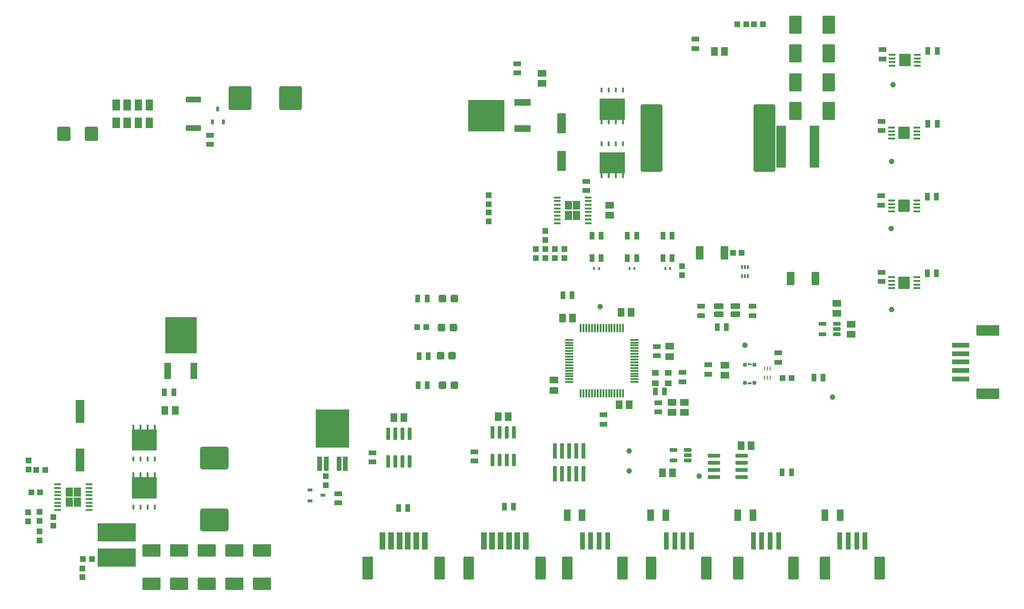
<source format=gtp>
G04*
G04 #@! TF.GenerationSoftware,Altium Limited,Altium Designer,22.8.2 (66)*
G04*
G04 Layer_Color=8421504*
%FSLAX25Y25*%
%MOIN*%
G70*
G04*
G04 #@! TF.SameCoordinates,B200CC57-BB18-49EB-B43A-6B17B7EBAB9B*
G04*
G04*
G04 #@! TF.FilePolarity,Positive*
G04*
G01*
G75*
G04:AMPARAMS|DCode=22|XSize=106.3mil|YSize=41.73mil|CornerRadius=5.22mil|HoleSize=0mil|Usage=FLASHONLY|Rotation=180.000|XOffset=0mil|YOffset=0mil|HoleType=Round|Shape=RoundedRectangle|*
%AMROUNDEDRECTD22*
21,1,0.10630,0.03130,0,0,180.0*
21,1,0.09587,0.04173,0,0,180.0*
1,1,0.01043,-0.04793,0.01565*
1,1,0.01043,0.04793,0.01565*
1,1,0.01043,0.04793,-0.01565*
1,1,0.01043,-0.04793,-0.01565*
%
%ADD22ROUNDEDRECTD22*%
G04:AMPARAMS|DCode=23|XSize=55.12mil|YSize=35.43mil|CornerRadius=2.66mil|HoleSize=0mil|Usage=FLASHONLY|Rotation=180.000|XOffset=0mil|YOffset=0mil|HoleType=Round|Shape=RoundedRectangle|*
%AMROUNDEDRECTD23*
21,1,0.05512,0.03012,0,0,180.0*
21,1,0.04980,0.03543,0,0,180.0*
1,1,0.00532,-0.02490,0.01506*
1,1,0.00532,0.02490,0.01506*
1,1,0.00532,0.02490,-0.01506*
1,1,0.00532,-0.02490,-0.01506*
%
%ADD23ROUNDEDRECTD23*%
G04:AMPARAMS|DCode=24|XSize=90.55mil|YSize=98.43mil|CornerRadius=6.79mil|HoleSize=0mil|Usage=FLASHONLY|Rotation=0.000|XOffset=0mil|YOffset=0mil|HoleType=Round|Shape=RoundedRectangle|*
%AMROUNDEDRECTD24*
21,1,0.09055,0.08484,0,0,0.0*
21,1,0.07697,0.09843,0,0,0.0*
1,1,0.01358,0.03848,-0.04242*
1,1,0.01358,-0.03848,-0.04242*
1,1,0.01358,-0.03848,0.04242*
1,1,0.01358,0.03848,0.04242*
%
%ADD24ROUNDEDRECTD24*%
G04:AMPARAMS|DCode=25|XSize=43.31mil|YSize=39.37mil|CornerRadius=2.95mil|HoleSize=0mil|Usage=FLASHONLY|Rotation=0.000|XOffset=0mil|YOffset=0mil|HoleType=Round|Shape=RoundedRectangle|*
%AMROUNDEDRECTD25*
21,1,0.04331,0.03347,0,0,0.0*
21,1,0.03740,0.03937,0,0,0.0*
1,1,0.00591,0.01870,-0.01673*
1,1,0.00591,-0.01870,-0.01673*
1,1,0.00591,-0.01870,0.01673*
1,1,0.00591,0.01870,0.01673*
%
%ADD25ROUNDEDRECTD25*%
%ADD26R,0.11221X0.04921*%
%ADD27R,0.25591X0.21850*%
%ADD28C,0.03937*%
G04:AMPARAMS|DCode=29|XSize=49.21mil|YSize=62.99mil|CornerRadius=4.92mil|HoleSize=0mil|Usage=FLASHONLY|Rotation=90.000|XOffset=0mil|YOffset=0mil|HoleType=Round|Shape=RoundedRectangle|*
%AMROUNDEDRECTD29*
21,1,0.04921,0.05315,0,0,90.0*
21,1,0.03937,0.06299,0,0,90.0*
1,1,0.00984,0.02657,0.01968*
1,1,0.00984,0.02657,-0.01968*
1,1,0.00984,-0.02657,-0.01968*
1,1,0.00984,-0.02657,0.01968*
%
%ADD29ROUNDEDRECTD29*%
%ADD30R,0.06300X0.16200*%
G04:AMPARAMS|DCode=31|XSize=55.12mil|YSize=90.55mil|CornerRadius=4.13mil|HoleSize=0mil|Usage=FLASHONLY|Rotation=180.000|XOffset=0mil|YOffset=0mil|HoleType=Round|Shape=RoundedRectangle|*
%AMROUNDEDRECTD31*
21,1,0.05512,0.08228,0,0,180.0*
21,1,0.04685,0.09055,0,0,180.0*
1,1,0.00827,-0.02343,0.04114*
1,1,0.00827,0.02343,0.04114*
1,1,0.00827,0.02343,-0.04114*
1,1,0.00827,-0.02343,-0.04114*
%
%ADD31ROUNDEDRECTD31*%
G04:AMPARAMS|DCode=32|XSize=55.12mil|YSize=35.43mil|CornerRadius=2.66mil|HoleSize=0mil|Usage=FLASHONLY|Rotation=270.000|XOffset=0mil|YOffset=0mil|HoleType=Round|Shape=RoundedRectangle|*
%AMROUNDEDRECTD32*
21,1,0.05512,0.03012,0,0,270.0*
21,1,0.04980,0.03543,0,0,270.0*
1,1,0.00532,-0.01506,-0.02490*
1,1,0.00532,-0.01506,0.02490*
1,1,0.00532,0.01506,0.02490*
1,1,0.00532,0.01506,-0.02490*
%
%ADD32ROUNDEDRECTD32*%
G04:AMPARAMS|DCode=33|XSize=86.61mil|YSize=23.62mil|CornerRadius=1.77mil|HoleSize=0mil|Usage=FLASHONLY|Rotation=270.000|XOffset=0mil|YOffset=0mil|HoleType=Round|Shape=RoundedRectangle|*
%AMROUNDEDRECTD33*
21,1,0.08661,0.02008,0,0,270.0*
21,1,0.08307,0.02362,0,0,270.0*
1,1,0.00354,-0.01004,-0.04153*
1,1,0.00354,-0.01004,0.04153*
1,1,0.00354,0.01004,0.04153*
1,1,0.00354,0.01004,-0.04153*
%
%ADD33ROUNDEDRECTD33*%
G04:AMPARAMS|DCode=34|XSize=51.18mil|YSize=51.18mil|CornerRadius=5.12mil|HoleSize=0mil|Usage=FLASHONLY|Rotation=0.000|XOffset=0mil|YOffset=0mil|HoleType=Round|Shape=RoundedRectangle|*
%AMROUNDEDRECTD34*
21,1,0.05118,0.04095,0,0,0.0*
21,1,0.04095,0.05118,0,0,0.0*
1,1,0.01024,0.02047,-0.02047*
1,1,0.01024,-0.02047,-0.02047*
1,1,0.01024,-0.02047,0.02047*
1,1,0.01024,0.02047,0.02047*
%
%ADD34ROUNDEDRECTD34*%
G04:AMPARAMS|DCode=35|XSize=43.31mil|YSize=39.37mil|CornerRadius=2.95mil|HoleSize=0mil|Usage=FLASHONLY|Rotation=90.000|XOffset=0mil|YOffset=0mil|HoleType=Round|Shape=RoundedRectangle|*
%AMROUNDEDRECTD35*
21,1,0.04331,0.03347,0,0,90.0*
21,1,0.03740,0.03937,0,0,90.0*
1,1,0.00591,0.01673,0.01870*
1,1,0.00591,0.01673,-0.01870*
1,1,0.00591,-0.01673,-0.01870*
1,1,0.00591,-0.01673,0.01870*
%
%ADD35ROUNDEDRECTD35*%
%ADD36R,0.00984X0.02775*%
G04:AMPARAMS|DCode=37|XSize=43.31mil|YSize=39.37mil|CornerRadius=3.94mil|HoleSize=0mil|Usage=FLASHONLY|Rotation=0.000|XOffset=0mil|YOffset=0mil|HoleType=Round|Shape=RoundedRectangle|*
%AMROUNDEDRECTD37*
21,1,0.04331,0.03150,0,0,0.0*
21,1,0.03543,0.03937,0,0,0.0*
1,1,0.00787,0.01772,-0.01575*
1,1,0.00787,-0.01772,-0.01575*
1,1,0.00787,-0.01772,0.01575*
1,1,0.00787,0.01772,0.01575*
%
%ADD37ROUNDEDRECTD37*%
%ADD38R,0.01200X0.02500*%
%ADD39R,0.06300X0.14200*%
%ADD40R,0.06700X0.29500*%
G04:AMPARAMS|DCode=41|XSize=49.21mil|YSize=62.99mil|CornerRadius=4.92mil|HoleSize=0mil|Usage=FLASHONLY|Rotation=180.000|XOffset=0mil|YOffset=0mil|HoleType=Round|Shape=RoundedRectangle|*
%AMROUNDEDRECTD41*
21,1,0.04921,0.05315,0,0,180.0*
21,1,0.03937,0.06299,0,0,180.0*
1,1,0.00984,-0.01968,0.02657*
1,1,0.00984,0.01968,0.02657*
1,1,0.00984,0.01968,-0.02657*
1,1,0.00984,-0.01968,-0.02657*
%
%ADD41ROUNDEDRECTD41*%
%ADD42R,0.01800X0.03400*%
G04:AMPARAMS|DCode=43|XSize=88.58mil|YSize=127.95mil|CornerRadius=6.64mil|HoleSize=0mil|Usage=FLASHONLY|Rotation=270.000|XOffset=0mil|YOffset=0mil|HoleType=Round|Shape=RoundedRectangle|*
%AMROUNDEDRECTD43*
21,1,0.08858,0.11467,0,0,270.0*
21,1,0.07530,0.12795,0,0,270.0*
1,1,0.01329,-0.05733,-0.03765*
1,1,0.01329,-0.05733,0.03765*
1,1,0.01329,0.05733,0.03765*
1,1,0.01329,0.05733,-0.03765*
%
%ADD43ROUNDEDRECTD43*%
G04:AMPARAMS|DCode=44|XSize=43.31mil|YSize=39.37mil|CornerRadius=3.94mil|HoleSize=0mil|Usage=FLASHONLY|Rotation=90.000|XOffset=0mil|YOffset=0mil|HoleType=Round|Shape=RoundedRectangle|*
%AMROUNDEDRECTD44*
21,1,0.04331,0.03150,0,0,90.0*
21,1,0.03543,0.03937,0,0,90.0*
1,1,0.00787,0.01575,0.01772*
1,1,0.00787,0.01575,-0.01772*
1,1,0.00787,-0.01575,-0.01772*
1,1,0.00787,-0.01575,0.01772*
%
%ADD44ROUNDEDRECTD44*%
G04:AMPARAMS|DCode=45|XSize=157.48mil|YSize=196.85mil|CornerRadius=11.81mil|HoleSize=0mil|Usage=FLASHONLY|Rotation=270.000|XOffset=0mil|YOffset=0mil|HoleType=Round|Shape=RoundedRectangle|*
%AMROUNDEDRECTD45*
21,1,0.15748,0.17323,0,0,270.0*
21,1,0.13386,0.19685,0,0,270.0*
1,1,0.02362,-0.08661,-0.06693*
1,1,0.02362,-0.08661,0.06693*
1,1,0.02362,0.08661,0.06693*
1,1,0.02362,0.08661,-0.06693*
%
%ADD45ROUNDEDRECTD45*%
%ADD46R,0.05118X0.04331*%
%ADD47R,0.02900X0.11000*%
%ADD48R,0.27008X0.12520*%
G04:AMPARAMS|DCode=49|XSize=13.78mil|YSize=27.56mil|CornerRadius=1.03mil|HoleSize=0mil|Usage=FLASHONLY|Rotation=90.000|XOffset=0mil|YOffset=0mil|HoleType=Round|Shape=RoundedRectangle|*
%AMROUNDEDRECTD49*
21,1,0.01378,0.02549,0,0,90.0*
21,1,0.01171,0.02756,0,0,90.0*
1,1,0.00207,0.01275,0.00586*
1,1,0.00207,0.01275,-0.00586*
1,1,0.00207,-0.01275,-0.00586*
1,1,0.00207,-0.01275,0.00586*
%
%ADD49ROUNDEDRECTD49*%
G04:AMPARAMS|DCode=50|XSize=25.59mil|YSize=23.62mil|CornerRadius=1.77mil|HoleSize=0mil|Usage=FLASHONLY|Rotation=90.000|XOffset=0mil|YOffset=0mil|HoleType=Round|Shape=RoundedRectangle|*
%AMROUNDEDRECTD50*
21,1,0.02559,0.02008,0,0,90.0*
21,1,0.02205,0.02362,0,0,90.0*
1,1,0.00354,0.01004,0.01102*
1,1,0.00354,0.01004,-0.01102*
1,1,0.00354,-0.01004,-0.01102*
1,1,0.00354,-0.01004,0.01102*
%
%ADD50ROUNDEDRECTD50*%
G04:AMPARAMS|DCode=51|XSize=86.61mil|YSize=23.62mil|CornerRadius=1.77mil|HoleSize=0mil|Usage=FLASHONLY|Rotation=0.000|XOffset=0mil|YOffset=0mil|HoleType=Round|Shape=RoundedRectangle|*
%AMROUNDEDRECTD51*
21,1,0.08661,0.02008,0,0,0.0*
21,1,0.08307,0.02362,0,0,0.0*
1,1,0.00354,0.04153,-0.01004*
1,1,0.00354,-0.04153,-0.01004*
1,1,0.00354,-0.04153,0.01004*
1,1,0.00354,0.04153,0.01004*
%
%ADD51ROUNDEDRECTD51*%
G04:AMPARAMS|DCode=52|XSize=74.8mil|YSize=157.48mil|CornerRadius=5.61mil|HoleSize=0mil|Usage=FLASHONLY|Rotation=180.000|XOffset=0mil|YOffset=0mil|HoleType=Round|Shape=RoundedRectangle|*
%AMROUNDEDRECTD52*
21,1,0.07480,0.14626,0,0,180.0*
21,1,0.06358,0.15748,0,0,180.0*
1,1,0.01122,-0.03179,0.07313*
1,1,0.01122,0.03179,0.07313*
1,1,0.01122,0.03179,-0.07313*
1,1,0.01122,-0.03179,-0.07313*
%
%ADD52ROUNDEDRECTD52*%
G04:AMPARAMS|DCode=53|XSize=39.37mil|YSize=122.05mil|CornerRadius=2.95mil|HoleSize=0mil|Usage=FLASHONLY|Rotation=180.000|XOffset=0mil|YOffset=0mil|HoleType=Round|Shape=RoundedRectangle|*
%AMROUNDEDRECTD53*
21,1,0.03937,0.11614,0,0,180.0*
21,1,0.03347,0.12205,0,0,180.0*
1,1,0.00591,-0.01673,0.05807*
1,1,0.00591,0.01673,0.05807*
1,1,0.00591,0.01673,-0.05807*
1,1,0.00591,-0.01673,-0.05807*
%
%ADD53ROUNDEDRECTD53*%
G04:AMPARAMS|DCode=54|XSize=35.43mil|YSize=118.11mil|CornerRadius=2.66mil|HoleSize=0mil|Usage=FLASHONLY|Rotation=270.000|XOffset=0mil|YOffset=0mil|HoleType=Round|Shape=RoundedRectangle|*
%AMROUNDEDRECTD54*
21,1,0.03543,0.11280,0,0,270.0*
21,1,0.03012,0.11811,0,0,270.0*
1,1,0.00532,-0.05640,-0.01506*
1,1,0.00532,-0.05640,0.01506*
1,1,0.00532,0.05640,0.01506*
1,1,0.00532,0.05640,-0.01506*
%
%ADD54ROUNDEDRECTD54*%
G04:AMPARAMS|DCode=55|XSize=74.8mil|YSize=157.48mil|CornerRadius=5.61mil|HoleSize=0mil|Usage=FLASHONLY|Rotation=270.000|XOffset=0mil|YOffset=0mil|HoleType=Round|Shape=RoundedRectangle|*
%AMROUNDEDRECTD55*
21,1,0.07480,0.14626,0,0,270.0*
21,1,0.06358,0.15748,0,0,270.0*
1,1,0.01122,-0.07313,-0.03179*
1,1,0.01122,-0.07313,0.03179*
1,1,0.01122,0.07313,0.03179*
1,1,0.01122,0.07313,-0.03179*
%
%ADD55ROUNDEDRECTD55*%
G04:AMPARAMS|DCode=56|XSize=35.43mil|YSize=118.11mil|CornerRadius=2.66mil|HoleSize=0mil|Usage=FLASHONLY|Rotation=180.000|XOffset=0mil|YOffset=0mil|HoleType=Round|Shape=RoundedRectangle|*
%AMROUNDEDRECTD56*
21,1,0.03543,0.11280,0,0,180.0*
21,1,0.03012,0.11811,0,0,180.0*
1,1,0.00532,-0.01506,0.05640*
1,1,0.00532,0.01506,0.05640*
1,1,0.00532,0.01506,-0.05640*
1,1,0.00532,-0.01506,-0.05640*
%
%ADD56ROUNDEDRECTD56*%
%ADD57O,0.06299X0.01181*%
%ADD58O,0.01181X0.06299*%
G04:AMPARAMS|DCode=59|XSize=78.74mil|YSize=88.58mil|CornerRadius=5.91mil|HoleSize=0mil|Usage=FLASHONLY|Rotation=0.000|XOffset=0mil|YOffset=0mil|HoleType=Round|Shape=RoundedRectangle|*
%AMROUNDEDRECTD59*
21,1,0.07874,0.07677,0,0,0.0*
21,1,0.06693,0.08858,0,0,0.0*
1,1,0.01181,0.03347,-0.03839*
1,1,0.01181,-0.03347,-0.03839*
1,1,0.01181,-0.03347,0.03839*
1,1,0.01181,0.03347,0.03839*
%
%ADD59ROUNDEDRECTD59*%
G04:AMPARAMS|DCode=60|XSize=49.21mil|YSize=15.75mil|CornerRadius=1.18mil|HoleSize=0mil|Usage=FLASHONLY|Rotation=180.000|XOffset=0mil|YOffset=0mil|HoleType=Round|Shape=RoundedRectangle|*
%AMROUNDEDRECTD60*
21,1,0.04921,0.01339,0,0,180.0*
21,1,0.04685,0.01575,0,0,180.0*
1,1,0.00236,-0.02343,0.00669*
1,1,0.00236,0.02343,0.00669*
1,1,0.00236,0.02343,-0.00669*
1,1,0.00236,-0.02343,-0.00669*
%
%ADD60ROUNDEDRECTD60*%
G04:AMPARAMS|DCode=61|XSize=157.48mil|YSize=167.32mil|CornerRadius=11.81mil|HoleSize=0mil|Usage=FLASHONLY|Rotation=0.000|XOffset=0mil|YOffset=0mil|HoleType=Round|Shape=RoundedRectangle|*
%AMROUNDEDRECTD61*
21,1,0.15748,0.14370,0,0,0.0*
21,1,0.13386,0.16732,0,0,0.0*
1,1,0.02362,0.06693,-0.07185*
1,1,0.02362,-0.06693,-0.07185*
1,1,0.02362,-0.06693,0.07185*
1,1,0.02362,0.06693,0.07185*
%
%ADD61ROUNDEDRECTD61*%
%ADD62R,0.04500X0.08000*%
G04:AMPARAMS|DCode=63|XSize=24.8mil|YSize=51.18mil|CornerRadius=1.86mil|HoleSize=0mil|Usage=FLASHONLY|Rotation=270.000|XOffset=0mil|YOffset=0mil|HoleType=Round|Shape=RoundedRectangle|*
%AMROUNDEDRECTD63*
21,1,0.02480,0.04746,0,0,270.0*
21,1,0.02108,0.05118,0,0,270.0*
1,1,0.00372,-0.02373,-0.01054*
1,1,0.00372,-0.02373,0.01054*
1,1,0.00372,0.02373,0.01054*
1,1,0.00372,0.02373,-0.01054*
%
%ADD63ROUNDEDRECTD63*%
%ADD64R,0.02362X0.03543*%
%ADD65R,0.03543X0.02362*%
G04:AMPARAMS|DCode=66|XSize=13.78mil|YSize=17.72mil|CornerRadius=1.03mil|HoleSize=0mil|Usage=FLASHONLY|Rotation=0.000|XOffset=0mil|YOffset=0mil|HoleType=Round|Shape=RoundedRectangle|*
%AMROUNDEDRECTD66*
21,1,0.01378,0.01565,0,0,0.0*
21,1,0.01171,0.01772,0,0,0.0*
1,1,0.00207,0.00586,-0.00783*
1,1,0.00207,-0.00586,-0.00783*
1,1,0.00207,-0.00586,0.00783*
1,1,0.00207,0.00586,0.00783*
%
%ADD66ROUNDEDRECTD66*%
G04:AMPARAMS|DCode=67|XSize=39.37mil|YSize=66.93mil|CornerRadius=3.94mil|HoleSize=0mil|Usage=FLASHONLY|Rotation=270.000|XOffset=0mil|YOffset=0mil|HoleType=Round|Shape=RoundedRectangle|*
%AMROUNDEDRECTD67*
21,1,0.03937,0.05906,0,0,270.0*
21,1,0.03150,0.06693,0,0,270.0*
1,1,0.00787,-0.02953,-0.01575*
1,1,0.00787,-0.02953,0.01575*
1,1,0.00787,0.02953,0.01575*
1,1,0.00787,0.02953,-0.01575*
%
%ADD67ROUNDEDRECTD67*%
%ADD68R,0.23622X0.26575*%
%ADD69R,0.03347X0.09843*%
G04:AMPARAMS|DCode=70|XSize=88.58mil|YSize=127.95mil|CornerRadius=6.64mil|HoleSize=0mil|Usage=FLASHONLY|Rotation=0.000|XOffset=0mil|YOffset=0mil|HoleType=Round|Shape=RoundedRectangle|*
%AMROUNDEDRECTD70*
21,1,0.08858,0.11467,0,0,0.0*
21,1,0.07530,0.12795,0,0,0.0*
1,1,0.01329,0.03765,-0.05733*
1,1,0.01329,-0.03765,-0.05733*
1,1,0.01329,-0.03765,0.05733*
1,1,0.01329,0.03765,0.05733*
%
%ADD70ROUNDEDRECTD70*%
%ADD71R,0.21850X0.25591*%
%ADD72R,0.04921X0.11221*%
%ADD73R,0.04600X0.01200*%
G04:AMPARAMS|DCode=74|XSize=472.44mil|YSize=150.59mil|CornerRadius=11.29mil|HoleSize=0mil|Usage=FLASHONLY|Rotation=270.000|XOffset=0mil|YOffset=0mil|HoleType=Round|Shape=RoundedRectangle|*
%AMROUNDEDRECTD74*
21,1,0.47244,0.12800,0,0,270.0*
21,1,0.44985,0.15059,0,0,270.0*
1,1,0.02259,-0.06400,-0.22493*
1,1,0.02259,-0.06400,0.22493*
1,1,0.02259,0.06400,0.22493*
1,1,0.02259,0.06400,-0.22493*
%
%ADD74ROUNDEDRECTD74*%
G36*
X71906Y319439D02*
X66710D01*
Y326920D01*
X71906D01*
Y319439D01*
D02*
G37*
G36*
X64150D02*
X58953D01*
Y326920D01*
X64150D01*
Y319439D01*
D02*
G37*
G36*
X56394D02*
X51198D01*
Y326920D01*
X56394D01*
Y319439D01*
D02*
G37*
G36*
X48639D02*
X43442D01*
Y326920D01*
X48639D01*
Y319439D01*
D02*
G37*
G36*
X401950Y312800D02*
X384450D01*
Y327600D01*
X401950D01*
Y312800D01*
D02*
G37*
G36*
X71906Y306880D02*
X66710D01*
Y314361D01*
X71906D01*
Y306880D01*
D02*
G37*
G36*
X64150D02*
X58953D01*
Y314361D01*
X64150D01*
Y306880D01*
D02*
G37*
G36*
X56394D02*
X51198D01*
Y314361D01*
X56394D01*
Y306880D01*
D02*
G37*
G36*
X48639D02*
X43442D01*
Y314361D01*
X48639D01*
Y306880D01*
D02*
G37*
G36*
X401950Y275200D02*
X384450D01*
Y290000D01*
X401950D01*
Y275200D01*
D02*
G37*
G36*
X370906Y249834D02*
X365894D01*
Y256096D01*
X370906D01*
Y249834D01*
D02*
G37*
G36*
X365106D02*
X360094D01*
Y256096D01*
X365106D01*
Y249834D01*
D02*
G37*
G36*
X370906Y242784D02*
X365894D01*
Y249046D01*
X370906D01*
Y242784D01*
D02*
G37*
G36*
X365106D02*
X360094D01*
Y249046D01*
X365106D01*
Y242784D01*
D02*
G37*
G36*
X74450Y81300D02*
X56950D01*
Y96100D01*
X74450D01*
Y81300D01*
D02*
G37*
G36*
X21506Y48994D02*
X16494D01*
Y55256D01*
X21506D01*
Y48994D01*
D02*
G37*
G36*
X15706D02*
X10694D01*
Y55256D01*
X15706D01*
Y48994D01*
D02*
G37*
G36*
X74450Y47800D02*
X56950D01*
Y62600D01*
X74450D01*
Y47800D01*
D02*
G37*
G36*
X21506Y41944D02*
X16494D01*
Y48206D01*
X21506D01*
Y41944D01*
D02*
G37*
G36*
X15706D02*
X10694D01*
Y48206D01*
X15706D01*
Y41944D01*
D02*
G37*
D22*
X99997Y326900D02*
D03*
Y306900D02*
D03*
D23*
X111800Y295600D02*
D03*
Y302096D02*
D03*
X582400Y361900D02*
D03*
Y355404D02*
D03*
X509400Y149496D02*
D03*
Y143000D02*
D03*
X425300Y108204D02*
D03*
Y114700D02*
D03*
X424500Y147504D02*
D03*
Y154000D02*
D03*
X326800Y352096D02*
D03*
Y345600D02*
D03*
X442400Y129404D02*
D03*
Y135900D02*
D03*
X455500Y182248D02*
D03*
Y175752D02*
D03*
X491500D02*
D03*
Y182248D02*
D03*
X387000Y99752D02*
D03*
Y106248D02*
D03*
X460500Y134752D02*
D03*
Y141248D02*
D03*
X296600Y80348D02*
D03*
Y73852D02*
D03*
X225400Y79700D02*
D03*
Y73204D02*
D03*
X451400Y362804D02*
D03*
Y369300D02*
D03*
X201500Y51096D02*
D03*
Y44600D02*
D03*
X581300Y253000D02*
D03*
Y259496D02*
D03*
X581700Y199500D02*
D03*
Y205996D02*
D03*
X581600Y305204D02*
D03*
Y311700D02*
D03*
X375200Y269800D02*
D03*
Y263304D02*
D03*
D24*
X28700Y303100D02*
D03*
X9409D02*
D03*
D25*
X-7444Y32100D02*
D03*
Y38399D02*
D03*
X192900Y63399D02*
D03*
Y57100D02*
D03*
X-15200Y68001D02*
D03*
Y74300D02*
D03*
X2200Y34799D02*
D03*
Y28500D02*
D03*
X22500Y-1200D02*
D03*
Y-7499D02*
D03*
X346433Y234899D02*
D03*
Y228600D02*
D03*
X306700Y259999D02*
D03*
Y253700D02*
D03*
Y247900D02*
D03*
Y241601D02*
D03*
X359900Y222200D02*
D03*
Y215901D02*
D03*
D26*
X330398Y306546D02*
D03*
Y324853D02*
D03*
D27*
X305202Y315700D02*
D03*
D28*
X486000Y155100D02*
D03*
X588862Y180100D02*
D03*
X588600Y283700D02*
D03*
X547300Y118800D02*
D03*
X589600Y337200D02*
D03*
X588400Y236500D02*
D03*
X454200Y63200D02*
D03*
X384700Y182000D02*
D03*
X405000Y81000D02*
D03*
Y67000D02*
D03*
D29*
X443600Y115100D02*
D03*
Y108053D02*
D03*
X433300Y154200D02*
D03*
Y147153D02*
D03*
X435000Y107976D02*
D03*
Y115024D02*
D03*
X352500Y130524D02*
D03*
Y123476D02*
D03*
X472000Y133976D02*
D03*
Y141024D02*
D03*
X550500Y184400D02*
D03*
Y177353D02*
D03*
X560300Y169647D02*
D03*
Y162600D02*
D03*
X391300Y252947D02*
D03*
Y245900D02*
D03*
X344200Y338200D02*
D03*
Y345247D02*
D03*
D30*
X20700Y74700D02*
D03*
Y108600D02*
D03*
D31*
X454300Y219500D02*
D03*
X471623D02*
D03*
X535423Y201700D02*
D03*
X518100D02*
D03*
D32*
X540896Y132200D02*
D03*
X534400D02*
D03*
X429796Y122600D02*
D03*
X423300D02*
D03*
X466752Y167500D02*
D03*
X473248D02*
D03*
X317752Y42000D02*
D03*
X324248D02*
D03*
X243752Y41000D02*
D03*
X250248D02*
D03*
X512252Y66000D02*
D03*
X518748D02*
D03*
X257356Y127100D02*
D03*
X263852D02*
D03*
X620748Y361000D02*
D03*
X614252D02*
D03*
X620748Y310079D02*
D03*
X614252D02*
D03*
X620248Y259000D02*
D03*
X613752D02*
D03*
X620248Y205250D02*
D03*
X613752D02*
D03*
X410372Y231500D02*
D03*
X403876D02*
D03*
X435248Y216000D02*
D03*
X428752D02*
D03*
X379000Y231500D02*
D03*
X385496D02*
D03*
X428752D02*
D03*
X435248D02*
D03*
X403876Y216000D02*
D03*
X410372D02*
D03*
X385496D02*
D03*
X379000D02*
D03*
X257207Y187600D02*
D03*
X263703D02*
D03*
X264500Y147400D02*
D03*
X258004D02*
D03*
X365248Y190000D02*
D03*
X358752D02*
D03*
X86296Y122000D02*
D03*
X79800D02*
D03*
D33*
X324500Y74551D02*
D03*
X319500D02*
D03*
X314500D02*
D03*
X309500D02*
D03*
Y94039D02*
D03*
X314500D02*
D03*
X319500D02*
D03*
X324500D02*
D03*
X251500Y73551D02*
D03*
X246500D02*
D03*
X241500D02*
D03*
X236500D02*
D03*
Y93039D02*
D03*
X241500D02*
D03*
X246500D02*
D03*
X251500D02*
D03*
D34*
X272932Y147500D02*
D03*
X281200D02*
D03*
X282589Y127100D02*
D03*
X274321D02*
D03*
X282589Y187600D02*
D03*
X274321D02*
D03*
X282100Y167300D02*
D03*
X273832D02*
D03*
D35*
X518800Y132100D02*
D03*
X512501D02*
D03*
X-3501Y67700D02*
D03*
X-9800D02*
D03*
X29100Y5200D02*
D03*
X22801D02*
D03*
X486999Y379800D02*
D03*
X480700D02*
D03*
X498700D02*
D03*
X492401D02*
D03*
X256901Y167700D02*
D03*
X263200D02*
D03*
D36*
X503768Y138659D02*
D03*
Y132341D02*
D03*
X499831Y138659D02*
D03*
X501800D02*
D03*
Y132341D02*
D03*
X499831D02*
D03*
D37*
X442100Y204100D02*
D03*
Y210399D02*
D03*
X-15500Y38000D02*
D03*
Y31701D02*
D03*
X-7444Y24599D02*
D03*
Y18300D02*
D03*
X353167Y222200D02*
D03*
Y215901D02*
D03*
X346433Y222200D02*
D03*
Y215901D02*
D03*
X339700Y222200D02*
D03*
Y215901D02*
D03*
D38*
X484100Y209600D02*
D03*
X486100D02*
D03*
X488100D02*
D03*
Y203200D02*
D03*
X486100D02*
D03*
X484100D02*
D03*
D39*
X357600Y283900D02*
D03*
Y310300D02*
D03*
D40*
X534600Y293900D02*
D03*
X511500D02*
D03*
D41*
X313476Y105000D02*
D03*
X320524D02*
D03*
X406524Y178000D02*
D03*
X399476D02*
D03*
X365524Y174000D02*
D03*
X358476D02*
D03*
X398100Y113300D02*
D03*
X405147D02*
D03*
X247576Y104277D02*
D03*
X240529D02*
D03*
X490524Y84500D02*
D03*
X483476D02*
D03*
X435524Y65500D02*
D03*
X428476D02*
D03*
X87300Y109400D02*
D03*
X80253D02*
D03*
X471747Y360700D02*
D03*
X464700D02*
D03*
D42*
X58200Y75300D02*
D03*
X63200D02*
D03*
X68200D02*
D03*
X73200D02*
D03*
Y97700D02*
D03*
X68200D02*
D03*
X63200D02*
D03*
X58200D02*
D03*
Y64200D02*
D03*
X63200D02*
D03*
X68200D02*
D03*
X73200D02*
D03*
Y41800D02*
D03*
X68200D02*
D03*
X63200D02*
D03*
X58200D02*
D03*
X400700Y311200D02*
D03*
X395700D02*
D03*
X390700D02*
D03*
X385700D02*
D03*
Y333600D02*
D03*
X390700D02*
D03*
X395700D02*
D03*
X400700D02*
D03*
Y273600D02*
D03*
X395700D02*
D03*
X390700D02*
D03*
X385700D02*
D03*
Y296000D02*
D03*
X390700D02*
D03*
X395700D02*
D03*
X400700D02*
D03*
D43*
X128675Y11325D02*
D03*
Y-12100D02*
D03*
X148000Y11325D02*
D03*
Y-12100D02*
D03*
X109350Y11325D02*
D03*
Y-12100D02*
D03*
X90025Y11325D02*
D03*
Y-12100D02*
D03*
X70700Y11325D02*
D03*
Y-12100D02*
D03*
D44*
X477600Y219600D02*
D03*
X483899D02*
D03*
X-7101Y52000D02*
D03*
X-13400D02*
D03*
D45*
X114900Y76007D02*
D03*
Y32700D02*
D03*
D46*
X432528Y128457D02*
D03*
X423472D02*
D03*
Y135543D02*
D03*
X432528D02*
D03*
D47*
X373000Y81000D02*
D03*
Y65000D02*
D03*
X368000Y81000D02*
D03*
Y65000D02*
D03*
X363000Y81000D02*
D03*
Y65000D02*
D03*
X358000Y81000D02*
D03*
Y65000D02*
D03*
X353000Y81000D02*
D03*
Y65000D02*
D03*
D48*
X46400Y6300D02*
D03*
Y24016D02*
D03*
D49*
X489347Y128201D02*
D03*
Y141783D02*
D03*
D50*
X492693Y128791D02*
D03*
Y141193D02*
D03*
X486000D02*
D03*
Y128791D02*
D03*
D51*
X464256Y77500D02*
D03*
Y72500D02*
D03*
Y67500D02*
D03*
Y62500D02*
D03*
X483744D02*
D03*
Y67500D02*
D03*
Y72500D02*
D03*
Y77500D02*
D03*
D52*
X343146Y-975D02*
D03*
X292752D02*
D03*
X272335D02*
D03*
X221941D02*
D03*
X580583Y-1000D02*
D03*
X542000D02*
D03*
X520000D02*
D03*
X481417D02*
D03*
X459146Y-975D02*
D03*
X420563D02*
D03*
X400335D02*
D03*
X361752D02*
D03*
D53*
X321000Y18000D02*
D03*
X309189D02*
D03*
X326905D02*
D03*
X332811D02*
D03*
X315094D02*
D03*
X303284D02*
D03*
X250189D02*
D03*
X238378D02*
D03*
X256095D02*
D03*
X262000D02*
D03*
X244284D02*
D03*
X232472D02*
D03*
D54*
X637000Y137284D02*
D03*
Y155000D02*
D03*
Y149094D02*
D03*
Y131378D02*
D03*
Y143189D02*
D03*
D55*
X655975Y165335D02*
D03*
Y120846D02*
D03*
D56*
X552531Y17976D02*
D03*
X570248D02*
D03*
X564342D02*
D03*
X558437D02*
D03*
X491949D02*
D03*
X509665D02*
D03*
X503760D02*
D03*
X497854D02*
D03*
X431095Y18000D02*
D03*
X448811D02*
D03*
X442906D02*
D03*
X437000D02*
D03*
X372284D02*
D03*
X390000D02*
D03*
X384095D02*
D03*
X378189D02*
D03*
D57*
X408835Y129236D02*
D03*
Y131205D02*
D03*
Y133173D02*
D03*
Y135142D02*
D03*
Y137110D02*
D03*
Y139079D02*
D03*
Y141047D02*
D03*
Y143016D02*
D03*
Y144984D02*
D03*
Y146953D02*
D03*
Y148921D02*
D03*
Y150890D02*
D03*
Y152858D02*
D03*
Y154827D02*
D03*
Y156795D02*
D03*
Y158764D02*
D03*
X363165D02*
D03*
Y156795D02*
D03*
Y154827D02*
D03*
Y152858D02*
D03*
Y150890D02*
D03*
Y148921D02*
D03*
Y146953D02*
D03*
Y144984D02*
D03*
Y143016D02*
D03*
Y141047D02*
D03*
Y139079D02*
D03*
Y137110D02*
D03*
Y135142D02*
D03*
Y133173D02*
D03*
Y131205D02*
D03*
Y129236D02*
D03*
D58*
X400764Y166835D02*
D03*
X398795D02*
D03*
X396827D02*
D03*
X394858D02*
D03*
X392890D02*
D03*
X390921D02*
D03*
X388953D02*
D03*
X386984D02*
D03*
X385016D02*
D03*
X383047D02*
D03*
X381079D02*
D03*
X379110D02*
D03*
X377142D02*
D03*
X375173D02*
D03*
X373205D02*
D03*
X371236D02*
D03*
Y121165D02*
D03*
X373205D02*
D03*
X375173D02*
D03*
X377142D02*
D03*
X379110D02*
D03*
X381079D02*
D03*
X383047D02*
D03*
X385016D02*
D03*
X386984D02*
D03*
X388953D02*
D03*
X390921D02*
D03*
X392890D02*
D03*
X394858D02*
D03*
X396827D02*
D03*
X398795D02*
D03*
X400764D02*
D03*
D59*
X598000Y354500D02*
D03*
X597500Y303500D02*
D03*
Y252500D02*
D03*
Y198750D02*
D03*
D60*
X606858Y358299D02*
D03*
Y355740D02*
D03*
Y353181D02*
D03*
Y350622D02*
D03*
X589142Y350661D02*
D03*
Y353221D02*
D03*
Y355780D02*
D03*
Y358339D02*
D03*
X606358Y307299D02*
D03*
Y304740D02*
D03*
Y302181D02*
D03*
Y299622D02*
D03*
X588642Y299661D02*
D03*
Y302221D02*
D03*
Y304780D02*
D03*
Y307339D02*
D03*
X606358Y256299D02*
D03*
Y253740D02*
D03*
Y251181D02*
D03*
Y248622D02*
D03*
X588642Y248661D02*
D03*
Y251220D02*
D03*
Y253780D02*
D03*
Y256339D02*
D03*
X606358Y202549D02*
D03*
Y199990D02*
D03*
Y197431D02*
D03*
Y194872D02*
D03*
X588642Y194911D02*
D03*
Y197470D02*
D03*
Y200029D02*
D03*
Y202589D02*
D03*
D61*
X132700Y328100D02*
D03*
X168133D02*
D03*
D62*
X542250Y36000D02*
D03*
X552750D02*
D03*
X481250D02*
D03*
X491750D02*
D03*
X420250D02*
D03*
X430750D02*
D03*
X361750D02*
D03*
X372250D02*
D03*
D63*
X435965Y74260D02*
D03*
Y81740D02*
D03*
X446035D02*
D03*
Y78000D02*
D03*
Y74260D02*
D03*
X540329Y162660D02*
D03*
Y170140D02*
D03*
X550400D02*
D03*
Y166400D02*
D03*
Y162660D02*
D03*
D64*
X113460Y311272D02*
D03*
X120940D02*
D03*
X117200Y320328D02*
D03*
D65*
X181700Y53600D02*
D03*
Y46120D02*
D03*
X190755Y49860D02*
D03*
D66*
X430277Y208500D02*
D03*
X433722D02*
D03*
X405402D02*
D03*
X408847D02*
D03*
X383970D02*
D03*
X380526D02*
D03*
D67*
X479405Y176547D02*
D03*
Y182453D02*
D03*
X467594D02*
D03*
Y176547D02*
D03*
D68*
X197500Y96768D02*
D03*
D69*
X206476Y71965D02*
D03*
X201988D02*
D03*
X193012D02*
D03*
X188524D02*
D03*
D70*
X521387Y319100D02*
D03*
X544813D02*
D03*
X521387Y339133D02*
D03*
X544813D02*
D03*
X521387Y359167D02*
D03*
X544813D02*
D03*
X521387Y379200D02*
D03*
X544813D02*
D03*
D71*
X91300Y162098D02*
D03*
D72*
X100453Y136902D02*
D03*
X82147D02*
D03*
D73*
X27000Y57560D02*
D03*
Y55000D02*
D03*
Y52440D02*
D03*
Y49880D02*
D03*
Y47320D02*
D03*
Y44760D02*
D03*
Y42200D02*
D03*
Y39640D02*
D03*
X5200D02*
D03*
Y42200D02*
D03*
Y44760D02*
D03*
Y47320D02*
D03*
Y49880D02*
D03*
Y52440D02*
D03*
Y55000D02*
D03*
Y57560D02*
D03*
X354600Y258400D02*
D03*
Y255840D02*
D03*
Y253280D02*
D03*
Y250720D02*
D03*
Y248160D02*
D03*
Y245600D02*
D03*
Y243040D02*
D03*
Y240480D02*
D03*
X376400D02*
D03*
Y243040D02*
D03*
Y245600D02*
D03*
Y248160D02*
D03*
Y250720D02*
D03*
Y253280D02*
D03*
Y255840D02*
D03*
Y258400D02*
D03*
D74*
X499649Y300000D02*
D03*
X420700D02*
D03*
M02*

</source>
